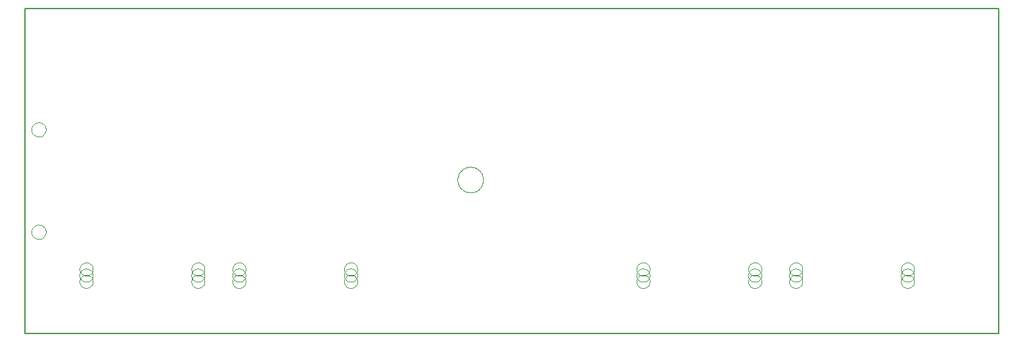
<source format=gko>
G75*
G70*
%OFA0B0*%
%FSLAX24Y24*%
%IPPOS*%
%LPD*%
%AMOC8*
5,1,8,0,0,1.08239X$1,22.5*
%
%ADD10C,0.0050*%
%ADD11C,0.0000*%
D10*
X009686Y003215D02*
X009686Y019715D01*
X059086Y019715D01*
X059086Y003215D01*
X009686Y003215D01*
D11*
X012466Y005847D02*
X012468Y005884D01*
X012474Y005920D01*
X012484Y005956D01*
X012498Y005990D01*
X012516Y006022D01*
X012537Y006053D01*
X012561Y006081D01*
X012588Y006106D01*
X012618Y006127D01*
X012650Y006146D01*
X012684Y006161D01*
X012719Y006172D01*
X012755Y006179D01*
X012792Y006182D01*
X012829Y006181D01*
X012865Y006176D01*
X012901Y006167D01*
X012936Y006154D01*
X012968Y006137D01*
X012999Y006117D01*
X013028Y006093D01*
X013054Y006067D01*
X013076Y006038D01*
X013096Y006006D01*
X013111Y005973D01*
X013123Y005938D01*
X013131Y005902D01*
X013135Y005865D01*
X013135Y005829D01*
X013131Y005792D01*
X013123Y005756D01*
X013111Y005721D01*
X013096Y005688D01*
X013076Y005656D01*
X013054Y005627D01*
X013028Y005601D01*
X012999Y005577D01*
X012969Y005557D01*
X012936Y005540D01*
X012901Y005527D01*
X012865Y005518D01*
X012829Y005513D01*
X012792Y005512D01*
X012755Y005515D01*
X012719Y005522D01*
X012684Y005533D01*
X012650Y005548D01*
X012618Y005567D01*
X012588Y005588D01*
X012561Y005613D01*
X012537Y005641D01*
X012516Y005672D01*
X012498Y005704D01*
X012484Y005738D01*
X012474Y005774D01*
X012468Y005810D01*
X012466Y005847D01*
X012466Y006162D02*
X012468Y006199D01*
X012474Y006235D01*
X012484Y006271D01*
X012498Y006305D01*
X012516Y006337D01*
X012537Y006368D01*
X012561Y006396D01*
X012588Y006421D01*
X012618Y006442D01*
X012650Y006461D01*
X012684Y006476D01*
X012719Y006487D01*
X012755Y006494D01*
X012792Y006497D01*
X012829Y006496D01*
X012865Y006491D01*
X012901Y006482D01*
X012936Y006469D01*
X012968Y006452D01*
X012999Y006432D01*
X013028Y006408D01*
X013054Y006382D01*
X013076Y006353D01*
X013096Y006321D01*
X013111Y006288D01*
X013123Y006253D01*
X013131Y006217D01*
X013135Y006180D01*
X013135Y006144D01*
X013131Y006107D01*
X013123Y006071D01*
X013111Y006036D01*
X013096Y006003D01*
X013076Y005971D01*
X013054Y005942D01*
X013028Y005916D01*
X012999Y005892D01*
X012969Y005872D01*
X012936Y005855D01*
X012901Y005842D01*
X012865Y005833D01*
X012829Y005828D01*
X012792Y005827D01*
X012755Y005830D01*
X012719Y005837D01*
X012684Y005848D01*
X012650Y005863D01*
X012618Y005882D01*
X012588Y005903D01*
X012561Y005928D01*
X012537Y005956D01*
X012516Y005987D01*
X012498Y006019D01*
X012484Y006053D01*
X012474Y006089D01*
X012468Y006125D01*
X012466Y006162D01*
X012466Y006477D02*
X012468Y006514D01*
X012474Y006550D01*
X012484Y006586D01*
X012498Y006620D01*
X012516Y006652D01*
X012537Y006683D01*
X012561Y006711D01*
X012588Y006736D01*
X012618Y006757D01*
X012650Y006776D01*
X012684Y006791D01*
X012719Y006802D01*
X012755Y006809D01*
X012792Y006812D01*
X012829Y006811D01*
X012865Y006806D01*
X012901Y006797D01*
X012936Y006784D01*
X012968Y006767D01*
X012999Y006747D01*
X013028Y006723D01*
X013054Y006697D01*
X013076Y006668D01*
X013096Y006636D01*
X013111Y006603D01*
X013123Y006568D01*
X013131Y006532D01*
X013135Y006495D01*
X013135Y006459D01*
X013131Y006422D01*
X013123Y006386D01*
X013111Y006351D01*
X013096Y006318D01*
X013076Y006286D01*
X013054Y006257D01*
X013028Y006231D01*
X012999Y006207D01*
X012969Y006187D01*
X012936Y006170D01*
X012901Y006157D01*
X012865Y006148D01*
X012829Y006143D01*
X012792Y006142D01*
X012755Y006145D01*
X012719Y006152D01*
X012684Y006163D01*
X012650Y006178D01*
X012618Y006197D01*
X012588Y006218D01*
X012561Y006243D01*
X012537Y006271D01*
X012516Y006302D01*
X012498Y006334D01*
X012484Y006368D01*
X012474Y006404D01*
X012468Y006440D01*
X012466Y006477D01*
X010022Y008364D02*
X010024Y008403D01*
X010030Y008441D01*
X010040Y008478D01*
X010055Y008514D01*
X010072Y008549D01*
X010094Y008581D01*
X010119Y008611D01*
X010146Y008638D01*
X010177Y008662D01*
X010210Y008682D01*
X010244Y008699D01*
X010281Y008713D01*
X010319Y008722D01*
X010357Y008727D01*
X010396Y008728D01*
X010434Y008725D01*
X010472Y008718D01*
X010509Y008706D01*
X010545Y008691D01*
X010579Y008673D01*
X010611Y008650D01*
X010640Y008625D01*
X010666Y008596D01*
X010689Y008565D01*
X010709Y008532D01*
X010725Y008497D01*
X010737Y008460D01*
X010745Y008422D01*
X010749Y008383D01*
X010749Y008345D01*
X010745Y008306D01*
X010737Y008268D01*
X010725Y008231D01*
X010709Y008196D01*
X010689Y008163D01*
X010666Y008132D01*
X010640Y008103D01*
X010611Y008078D01*
X010579Y008055D01*
X010545Y008037D01*
X010509Y008022D01*
X010472Y008010D01*
X010434Y008003D01*
X010396Y008000D01*
X010357Y008001D01*
X010319Y008006D01*
X010281Y008015D01*
X010244Y008029D01*
X010210Y008046D01*
X010177Y008066D01*
X010146Y008090D01*
X010119Y008117D01*
X010094Y008147D01*
X010072Y008179D01*
X010055Y008214D01*
X010040Y008250D01*
X010030Y008287D01*
X010024Y008325D01*
X010022Y008364D01*
X018135Y006477D02*
X018137Y006514D01*
X018143Y006550D01*
X018153Y006586D01*
X018167Y006620D01*
X018185Y006652D01*
X018206Y006683D01*
X018230Y006711D01*
X018257Y006736D01*
X018287Y006757D01*
X018319Y006776D01*
X018353Y006791D01*
X018388Y006802D01*
X018424Y006809D01*
X018461Y006812D01*
X018498Y006811D01*
X018534Y006806D01*
X018570Y006797D01*
X018605Y006784D01*
X018637Y006767D01*
X018668Y006747D01*
X018697Y006723D01*
X018723Y006697D01*
X018745Y006668D01*
X018765Y006636D01*
X018780Y006603D01*
X018792Y006568D01*
X018800Y006532D01*
X018804Y006495D01*
X018804Y006459D01*
X018800Y006422D01*
X018792Y006386D01*
X018780Y006351D01*
X018765Y006318D01*
X018745Y006286D01*
X018723Y006257D01*
X018697Y006231D01*
X018668Y006207D01*
X018638Y006187D01*
X018605Y006170D01*
X018570Y006157D01*
X018534Y006148D01*
X018498Y006143D01*
X018461Y006142D01*
X018424Y006145D01*
X018388Y006152D01*
X018353Y006163D01*
X018319Y006178D01*
X018287Y006197D01*
X018257Y006218D01*
X018230Y006243D01*
X018206Y006271D01*
X018185Y006302D01*
X018167Y006334D01*
X018153Y006368D01*
X018143Y006404D01*
X018137Y006440D01*
X018135Y006477D01*
X018135Y006162D02*
X018137Y006199D01*
X018143Y006235D01*
X018153Y006271D01*
X018167Y006305D01*
X018185Y006337D01*
X018206Y006368D01*
X018230Y006396D01*
X018257Y006421D01*
X018287Y006442D01*
X018319Y006461D01*
X018353Y006476D01*
X018388Y006487D01*
X018424Y006494D01*
X018461Y006497D01*
X018498Y006496D01*
X018534Y006491D01*
X018570Y006482D01*
X018605Y006469D01*
X018637Y006452D01*
X018668Y006432D01*
X018697Y006408D01*
X018723Y006382D01*
X018745Y006353D01*
X018765Y006321D01*
X018780Y006288D01*
X018792Y006253D01*
X018800Y006217D01*
X018804Y006180D01*
X018804Y006144D01*
X018800Y006107D01*
X018792Y006071D01*
X018780Y006036D01*
X018765Y006003D01*
X018745Y005971D01*
X018723Y005942D01*
X018697Y005916D01*
X018668Y005892D01*
X018638Y005872D01*
X018605Y005855D01*
X018570Y005842D01*
X018534Y005833D01*
X018498Y005828D01*
X018461Y005827D01*
X018424Y005830D01*
X018388Y005837D01*
X018353Y005848D01*
X018319Y005863D01*
X018287Y005882D01*
X018257Y005903D01*
X018230Y005928D01*
X018206Y005956D01*
X018185Y005987D01*
X018167Y006019D01*
X018153Y006053D01*
X018143Y006089D01*
X018137Y006125D01*
X018135Y006162D01*
X018135Y005847D02*
X018137Y005884D01*
X018143Y005920D01*
X018153Y005956D01*
X018167Y005990D01*
X018185Y006022D01*
X018206Y006053D01*
X018230Y006081D01*
X018257Y006106D01*
X018287Y006127D01*
X018319Y006146D01*
X018353Y006161D01*
X018388Y006172D01*
X018424Y006179D01*
X018461Y006182D01*
X018498Y006181D01*
X018534Y006176D01*
X018570Y006167D01*
X018605Y006154D01*
X018637Y006137D01*
X018668Y006117D01*
X018697Y006093D01*
X018723Y006067D01*
X018745Y006038D01*
X018765Y006006D01*
X018780Y005973D01*
X018792Y005938D01*
X018800Y005902D01*
X018804Y005865D01*
X018804Y005829D01*
X018800Y005792D01*
X018792Y005756D01*
X018780Y005721D01*
X018765Y005688D01*
X018745Y005656D01*
X018723Y005627D01*
X018697Y005601D01*
X018668Y005577D01*
X018638Y005557D01*
X018605Y005540D01*
X018570Y005527D01*
X018534Y005518D01*
X018498Y005513D01*
X018461Y005512D01*
X018424Y005515D01*
X018388Y005522D01*
X018353Y005533D01*
X018319Y005548D01*
X018287Y005567D01*
X018257Y005588D01*
X018230Y005613D01*
X018206Y005641D01*
X018185Y005672D01*
X018167Y005704D01*
X018153Y005738D01*
X018143Y005774D01*
X018137Y005810D01*
X018135Y005847D01*
X020216Y005847D02*
X020218Y005884D01*
X020224Y005920D01*
X020234Y005956D01*
X020248Y005990D01*
X020266Y006022D01*
X020287Y006053D01*
X020311Y006081D01*
X020338Y006106D01*
X020368Y006127D01*
X020400Y006146D01*
X020434Y006161D01*
X020469Y006172D01*
X020505Y006179D01*
X020542Y006182D01*
X020579Y006181D01*
X020615Y006176D01*
X020651Y006167D01*
X020686Y006154D01*
X020718Y006137D01*
X020749Y006117D01*
X020778Y006093D01*
X020804Y006067D01*
X020826Y006038D01*
X020846Y006006D01*
X020861Y005973D01*
X020873Y005938D01*
X020881Y005902D01*
X020885Y005865D01*
X020885Y005829D01*
X020881Y005792D01*
X020873Y005756D01*
X020861Y005721D01*
X020846Y005688D01*
X020826Y005656D01*
X020804Y005627D01*
X020778Y005601D01*
X020749Y005577D01*
X020719Y005557D01*
X020686Y005540D01*
X020651Y005527D01*
X020615Y005518D01*
X020579Y005513D01*
X020542Y005512D01*
X020505Y005515D01*
X020469Y005522D01*
X020434Y005533D01*
X020400Y005548D01*
X020368Y005567D01*
X020338Y005588D01*
X020311Y005613D01*
X020287Y005641D01*
X020266Y005672D01*
X020248Y005704D01*
X020234Y005738D01*
X020224Y005774D01*
X020218Y005810D01*
X020216Y005847D01*
X020216Y006162D02*
X020218Y006199D01*
X020224Y006235D01*
X020234Y006271D01*
X020248Y006305D01*
X020266Y006337D01*
X020287Y006368D01*
X020311Y006396D01*
X020338Y006421D01*
X020368Y006442D01*
X020400Y006461D01*
X020434Y006476D01*
X020469Y006487D01*
X020505Y006494D01*
X020542Y006497D01*
X020579Y006496D01*
X020615Y006491D01*
X020651Y006482D01*
X020686Y006469D01*
X020718Y006452D01*
X020749Y006432D01*
X020778Y006408D01*
X020804Y006382D01*
X020826Y006353D01*
X020846Y006321D01*
X020861Y006288D01*
X020873Y006253D01*
X020881Y006217D01*
X020885Y006180D01*
X020885Y006144D01*
X020881Y006107D01*
X020873Y006071D01*
X020861Y006036D01*
X020846Y006003D01*
X020826Y005971D01*
X020804Y005942D01*
X020778Y005916D01*
X020749Y005892D01*
X020719Y005872D01*
X020686Y005855D01*
X020651Y005842D01*
X020615Y005833D01*
X020579Y005828D01*
X020542Y005827D01*
X020505Y005830D01*
X020469Y005837D01*
X020434Y005848D01*
X020400Y005863D01*
X020368Y005882D01*
X020338Y005903D01*
X020311Y005928D01*
X020287Y005956D01*
X020266Y005987D01*
X020248Y006019D01*
X020234Y006053D01*
X020224Y006089D01*
X020218Y006125D01*
X020216Y006162D01*
X020216Y006477D02*
X020218Y006514D01*
X020224Y006550D01*
X020234Y006586D01*
X020248Y006620D01*
X020266Y006652D01*
X020287Y006683D01*
X020311Y006711D01*
X020338Y006736D01*
X020368Y006757D01*
X020400Y006776D01*
X020434Y006791D01*
X020469Y006802D01*
X020505Y006809D01*
X020542Y006812D01*
X020579Y006811D01*
X020615Y006806D01*
X020651Y006797D01*
X020686Y006784D01*
X020718Y006767D01*
X020749Y006747D01*
X020778Y006723D01*
X020804Y006697D01*
X020826Y006668D01*
X020846Y006636D01*
X020861Y006603D01*
X020873Y006568D01*
X020881Y006532D01*
X020885Y006495D01*
X020885Y006459D01*
X020881Y006422D01*
X020873Y006386D01*
X020861Y006351D01*
X020846Y006318D01*
X020826Y006286D01*
X020804Y006257D01*
X020778Y006231D01*
X020749Y006207D01*
X020719Y006187D01*
X020686Y006170D01*
X020651Y006157D01*
X020615Y006148D01*
X020579Y006143D01*
X020542Y006142D01*
X020505Y006145D01*
X020469Y006152D01*
X020434Y006163D01*
X020400Y006178D01*
X020368Y006197D01*
X020338Y006218D01*
X020311Y006243D01*
X020287Y006271D01*
X020266Y006302D01*
X020248Y006334D01*
X020234Y006368D01*
X020224Y006404D01*
X020218Y006440D01*
X020216Y006477D01*
X025885Y006477D02*
X025887Y006514D01*
X025893Y006550D01*
X025903Y006586D01*
X025917Y006620D01*
X025935Y006652D01*
X025956Y006683D01*
X025980Y006711D01*
X026007Y006736D01*
X026037Y006757D01*
X026069Y006776D01*
X026103Y006791D01*
X026138Y006802D01*
X026174Y006809D01*
X026211Y006812D01*
X026248Y006811D01*
X026284Y006806D01*
X026320Y006797D01*
X026355Y006784D01*
X026387Y006767D01*
X026418Y006747D01*
X026447Y006723D01*
X026473Y006697D01*
X026495Y006668D01*
X026515Y006636D01*
X026530Y006603D01*
X026542Y006568D01*
X026550Y006532D01*
X026554Y006495D01*
X026554Y006459D01*
X026550Y006422D01*
X026542Y006386D01*
X026530Y006351D01*
X026515Y006318D01*
X026495Y006286D01*
X026473Y006257D01*
X026447Y006231D01*
X026418Y006207D01*
X026388Y006187D01*
X026355Y006170D01*
X026320Y006157D01*
X026284Y006148D01*
X026248Y006143D01*
X026211Y006142D01*
X026174Y006145D01*
X026138Y006152D01*
X026103Y006163D01*
X026069Y006178D01*
X026037Y006197D01*
X026007Y006218D01*
X025980Y006243D01*
X025956Y006271D01*
X025935Y006302D01*
X025917Y006334D01*
X025903Y006368D01*
X025893Y006404D01*
X025887Y006440D01*
X025885Y006477D01*
X025885Y006162D02*
X025887Y006199D01*
X025893Y006235D01*
X025903Y006271D01*
X025917Y006305D01*
X025935Y006337D01*
X025956Y006368D01*
X025980Y006396D01*
X026007Y006421D01*
X026037Y006442D01*
X026069Y006461D01*
X026103Y006476D01*
X026138Y006487D01*
X026174Y006494D01*
X026211Y006497D01*
X026248Y006496D01*
X026284Y006491D01*
X026320Y006482D01*
X026355Y006469D01*
X026387Y006452D01*
X026418Y006432D01*
X026447Y006408D01*
X026473Y006382D01*
X026495Y006353D01*
X026515Y006321D01*
X026530Y006288D01*
X026542Y006253D01*
X026550Y006217D01*
X026554Y006180D01*
X026554Y006144D01*
X026550Y006107D01*
X026542Y006071D01*
X026530Y006036D01*
X026515Y006003D01*
X026495Y005971D01*
X026473Y005942D01*
X026447Y005916D01*
X026418Y005892D01*
X026388Y005872D01*
X026355Y005855D01*
X026320Y005842D01*
X026284Y005833D01*
X026248Y005828D01*
X026211Y005827D01*
X026174Y005830D01*
X026138Y005837D01*
X026103Y005848D01*
X026069Y005863D01*
X026037Y005882D01*
X026007Y005903D01*
X025980Y005928D01*
X025956Y005956D01*
X025935Y005987D01*
X025917Y006019D01*
X025903Y006053D01*
X025893Y006089D01*
X025887Y006125D01*
X025885Y006162D01*
X025885Y005847D02*
X025887Y005884D01*
X025893Y005920D01*
X025903Y005956D01*
X025917Y005990D01*
X025935Y006022D01*
X025956Y006053D01*
X025980Y006081D01*
X026007Y006106D01*
X026037Y006127D01*
X026069Y006146D01*
X026103Y006161D01*
X026138Y006172D01*
X026174Y006179D01*
X026211Y006182D01*
X026248Y006181D01*
X026284Y006176D01*
X026320Y006167D01*
X026355Y006154D01*
X026387Y006137D01*
X026418Y006117D01*
X026447Y006093D01*
X026473Y006067D01*
X026495Y006038D01*
X026515Y006006D01*
X026530Y005973D01*
X026542Y005938D01*
X026550Y005902D01*
X026554Y005865D01*
X026554Y005829D01*
X026550Y005792D01*
X026542Y005756D01*
X026530Y005721D01*
X026515Y005688D01*
X026495Y005656D01*
X026473Y005627D01*
X026447Y005601D01*
X026418Y005577D01*
X026388Y005557D01*
X026355Y005540D01*
X026320Y005527D01*
X026284Y005518D01*
X026248Y005513D01*
X026211Y005512D01*
X026174Y005515D01*
X026138Y005522D01*
X026103Y005533D01*
X026069Y005548D01*
X026037Y005567D01*
X026007Y005588D01*
X025980Y005613D01*
X025956Y005641D01*
X025935Y005672D01*
X025917Y005704D01*
X025903Y005738D01*
X025893Y005774D01*
X025887Y005810D01*
X025885Y005847D01*
X031636Y011015D02*
X031639Y011074D01*
X031647Y011133D01*
X031660Y011190D01*
X031679Y011247D01*
X031702Y011301D01*
X031731Y011353D01*
X031764Y011402D01*
X031801Y011448D01*
X031842Y011490D01*
X031887Y011528D01*
X031936Y011563D01*
X031987Y011592D01*
X032041Y011617D01*
X032096Y011637D01*
X032154Y011651D01*
X032212Y011661D01*
X032271Y011665D01*
X032330Y011663D01*
X032389Y011657D01*
X032447Y011645D01*
X032504Y011627D01*
X032558Y011605D01*
X032611Y011578D01*
X032661Y011546D01*
X032708Y011510D01*
X032751Y011469D01*
X032790Y011425D01*
X032825Y011378D01*
X032856Y011327D01*
X032882Y011274D01*
X032903Y011219D01*
X032919Y011162D01*
X032930Y011104D01*
X032935Y011045D01*
X032935Y010985D01*
X032930Y010926D01*
X032919Y010868D01*
X032903Y010811D01*
X032882Y010756D01*
X032856Y010703D01*
X032825Y010652D01*
X032790Y010605D01*
X032751Y010561D01*
X032708Y010520D01*
X032661Y010484D01*
X032611Y010452D01*
X032558Y010425D01*
X032504Y010403D01*
X032447Y010385D01*
X032389Y010373D01*
X032330Y010367D01*
X032271Y010365D01*
X032212Y010369D01*
X032154Y010379D01*
X032096Y010393D01*
X032041Y010413D01*
X031987Y010438D01*
X031936Y010467D01*
X031887Y010502D01*
X031842Y010540D01*
X031801Y010582D01*
X031764Y010628D01*
X031731Y010677D01*
X031702Y010729D01*
X031679Y010783D01*
X031660Y010840D01*
X031647Y010897D01*
X031639Y010956D01*
X031636Y011015D01*
X040716Y006477D02*
X040718Y006514D01*
X040724Y006550D01*
X040734Y006586D01*
X040748Y006620D01*
X040766Y006652D01*
X040787Y006683D01*
X040811Y006711D01*
X040838Y006736D01*
X040868Y006757D01*
X040900Y006776D01*
X040934Y006791D01*
X040969Y006802D01*
X041005Y006809D01*
X041042Y006812D01*
X041079Y006811D01*
X041115Y006806D01*
X041151Y006797D01*
X041186Y006784D01*
X041218Y006767D01*
X041249Y006747D01*
X041278Y006723D01*
X041304Y006697D01*
X041326Y006668D01*
X041346Y006636D01*
X041361Y006603D01*
X041373Y006568D01*
X041381Y006532D01*
X041385Y006495D01*
X041385Y006459D01*
X041381Y006422D01*
X041373Y006386D01*
X041361Y006351D01*
X041346Y006318D01*
X041326Y006286D01*
X041304Y006257D01*
X041278Y006231D01*
X041249Y006207D01*
X041219Y006187D01*
X041186Y006170D01*
X041151Y006157D01*
X041115Y006148D01*
X041079Y006143D01*
X041042Y006142D01*
X041005Y006145D01*
X040969Y006152D01*
X040934Y006163D01*
X040900Y006178D01*
X040868Y006197D01*
X040838Y006218D01*
X040811Y006243D01*
X040787Y006271D01*
X040766Y006302D01*
X040748Y006334D01*
X040734Y006368D01*
X040724Y006404D01*
X040718Y006440D01*
X040716Y006477D01*
X040716Y006162D02*
X040718Y006199D01*
X040724Y006235D01*
X040734Y006271D01*
X040748Y006305D01*
X040766Y006337D01*
X040787Y006368D01*
X040811Y006396D01*
X040838Y006421D01*
X040868Y006442D01*
X040900Y006461D01*
X040934Y006476D01*
X040969Y006487D01*
X041005Y006494D01*
X041042Y006497D01*
X041079Y006496D01*
X041115Y006491D01*
X041151Y006482D01*
X041186Y006469D01*
X041218Y006452D01*
X041249Y006432D01*
X041278Y006408D01*
X041304Y006382D01*
X041326Y006353D01*
X041346Y006321D01*
X041361Y006288D01*
X041373Y006253D01*
X041381Y006217D01*
X041385Y006180D01*
X041385Y006144D01*
X041381Y006107D01*
X041373Y006071D01*
X041361Y006036D01*
X041346Y006003D01*
X041326Y005971D01*
X041304Y005942D01*
X041278Y005916D01*
X041249Y005892D01*
X041219Y005872D01*
X041186Y005855D01*
X041151Y005842D01*
X041115Y005833D01*
X041079Y005828D01*
X041042Y005827D01*
X041005Y005830D01*
X040969Y005837D01*
X040934Y005848D01*
X040900Y005863D01*
X040868Y005882D01*
X040838Y005903D01*
X040811Y005928D01*
X040787Y005956D01*
X040766Y005987D01*
X040748Y006019D01*
X040734Y006053D01*
X040724Y006089D01*
X040718Y006125D01*
X040716Y006162D01*
X040716Y005847D02*
X040718Y005884D01*
X040724Y005920D01*
X040734Y005956D01*
X040748Y005990D01*
X040766Y006022D01*
X040787Y006053D01*
X040811Y006081D01*
X040838Y006106D01*
X040868Y006127D01*
X040900Y006146D01*
X040934Y006161D01*
X040969Y006172D01*
X041005Y006179D01*
X041042Y006182D01*
X041079Y006181D01*
X041115Y006176D01*
X041151Y006167D01*
X041186Y006154D01*
X041218Y006137D01*
X041249Y006117D01*
X041278Y006093D01*
X041304Y006067D01*
X041326Y006038D01*
X041346Y006006D01*
X041361Y005973D01*
X041373Y005938D01*
X041381Y005902D01*
X041385Y005865D01*
X041385Y005829D01*
X041381Y005792D01*
X041373Y005756D01*
X041361Y005721D01*
X041346Y005688D01*
X041326Y005656D01*
X041304Y005627D01*
X041278Y005601D01*
X041249Y005577D01*
X041219Y005557D01*
X041186Y005540D01*
X041151Y005527D01*
X041115Y005518D01*
X041079Y005513D01*
X041042Y005512D01*
X041005Y005515D01*
X040969Y005522D01*
X040934Y005533D01*
X040900Y005548D01*
X040868Y005567D01*
X040838Y005588D01*
X040811Y005613D01*
X040787Y005641D01*
X040766Y005672D01*
X040748Y005704D01*
X040734Y005738D01*
X040724Y005774D01*
X040718Y005810D01*
X040716Y005847D01*
X046385Y005847D02*
X046387Y005884D01*
X046393Y005920D01*
X046403Y005956D01*
X046417Y005990D01*
X046435Y006022D01*
X046456Y006053D01*
X046480Y006081D01*
X046507Y006106D01*
X046537Y006127D01*
X046569Y006146D01*
X046603Y006161D01*
X046638Y006172D01*
X046674Y006179D01*
X046711Y006182D01*
X046748Y006181D01*
X046784Y006176D01*
X046820Y006167D01*
X046855Y006154D01*
X046887Y006137D01*
X046918Y006117D01*
X046947Y006093D01*
X046973Y006067D01*
X046995Y006038D01*
X047015Y006006D01*
X047030Y005973D01*
X047042Y005938D01*
X047050Y005902D01*
X047054Y005865D01*
X047054Y005829D01*
X047050Y005792D01*
X047042Y005756D01*
X047030Y005721D01*
X047015Y005688D01*
X046995Y005656D01*
X046973Y005627D01*
X046947Y005601D01*
X046918Y005577D01*
X046888Y005557D01*
X046855Y005540D01*
X046820Y005527D01*
X046784Y005518D01*
X046748Y005513D01*
X046711Y005512D01*
X046674Y005515D01*
X046638Y005522D01*
X046603Y005533D01*
X046569Y005548D01*
X046537Y005567D01*
X046507Y005588D01*
X046480Y005613D01*
X046456Y005641D01*
X046435Y005672D01*
X046417Y005704D01*
X046403Y005738D01*
X046393Y005774D01*
X046387Y005810D01*
X046385Y005847D01*
X046385Y006162D02*
X046387Y006199D01*
X046393Y006235D01*
X046403Y006271D01*
X046417Y006305D01*
X046435Y006337D01*
X046456Y006368D01*
X046480Y006396D01*
X046507Y006421D01*
X046537Y006442D01*
X046569Y006461D01*
X046603Y006476D01*
X046638Y006487D01*
X046674Y006494D01*
X046711Y006497D01*
X046748Y006496D01*
X046784Y006491D01*
X046820Y006482D01*
X046855Y006469D01*
X046887Y006452D01*
X046918Y006432D01*
X046947Y006408D01*
X046973Y006382D01*
X046995Y006353D01*
X047015Y006321D01*
X047030Y006288D01*
X047042Y006253D01*
X047050Y006217D01*
X047054Y006180D01*
X047054Y006144D01*
X047050Y006107D01*
X047042Y006071D01*
X047030Y006036D01*
X047015Y006003D01*
X046995Y005971D01*
X046973Y005942D01*
X046947Y005916D01*
X046918Y005892D01*
X046888Y005872D01*
X046855Y005855D01*
X046820Y005842D01*
X046784Y005833D01*
X046748Y005828D01*
X046711Y005827D01*
X046674Y005830D01*
X046638Y005837D01*
X046603Y005848D01*
X046569Y005863D01*
X046537Y005882D01*
X046507Y005903D01*
X046480Y005928D01*
X046456Y005956D01*
X046435Y005987D01*
X046417Y006019D01*
X046403Y006053D01*
X046393Y006089D01*
X046387Y006125D01*
X046385Y006162D01*
X046385Y006477D02*
X046387Y006514D01*
X046393Y006550D01*
X046403Y006586D01*
X046417Y006620D01*
X046435Y006652D01*
X046456Y006683D01*
X046480Y006711D01*
X046507Y006736D01*
X046537Y006757D01*
X046569Y006776D01*
X046603Y006791D01*
X046638Y006802D01*
X046674Y006809D01*
X046711Y006812D01*
X046748Y006811D01*
X046784Y006806D01*
X046820Y006797D01*
X046855Y006784D01*
X046887Y006767D01*
X046918Y006747D01*
X046947Y006723D01*
X046973Y006697D01*
X046995Y006668D01*
X047015Y006636D01*
X047030Y006603D01*
X047042Y006568D01*
X047050Y006532D01*
X047054Y006495D01*
X047054Y006459D01*
X047050Y006422D01*
X047042Y006386D01*
X047030Y006351D01*
X047015Y006318D01*
X046995Y006286D01*
X046973Y006257D01*
X046947Y006231D01*
X046918Y006207D01*
X046888Y006187D01*
X046855Y006170D01*
X046820Y006157D01*
X046784Y006148D01*
X046748Y006143D01*
X046711Y006142D01*
X046674Y006145D01*
X046638Y006152D01*
X046603Y006163D01*
X046569Y006178D01*
X046537Y006197D01*
X046507Y006218D01*
X046480Y006243D01*
X046456Y006271D01*
X046435Y006302D01*
X046417Y006334D01*
X046403Y006368D01*
X046393Y006404D01*
X046387Y006440D01*
X046385Y006477D01*
X048466Y006477D02*
X048468Y006514D01*
X048474Y006550D01*
X048484Y006586D01*
X048498Y006620D01*
X048516Y006652D01*
X048537Y006683D01*
X048561Y006711D01*
X048588Y006736D01*
X048618Y006757D01*
X048650Y006776D01*
X048684Y006791D01*
X048719Y006802D01*
X048755Y006809D01*
X048792Y006812D01*
X048829Y006811D01*
X048865Y006806D01*
X048901Y006797D01*
X048936Y006784D01*
X048968Y006767D01*
X048999Y006747D01*
X049028Y006723D01*
X049054Y006697D01*
X049076Y006668D01*
X049096Y006636D01*
X049111Y006603D01*
X049123Y006568D01*
X049131Y006532D01*
X049135Y006495D01*
X049135Y006459D01*
X049131Y006422D01*
X049123Y006386D01*
X049111Y006351D01*
X049096Y006318D01*
X049076Y006286D01*
X049054Y006257D01*
X049028Y006231D01*
X048999Y006207D01*
X048969Y006187D01*
X048936Y006170D01*
X048901Y006157D01*
X048865Y006148D01*
X048829Y006143D01*
X048792Y006142D01*
X048755Y006145D01*
X048719Y006152D01*
X048684Y006163D01*
X048650Y006178D01*
X048618Y006197D01*
X048588Y006218D01*
X048561Y006243D01*
X048537Y006271D01*
X048516Y006302D01*
X048498Y006334D01*
X048484Y006368D01*
X048474Y006404D01*
X048468Y006440D01*
X048466Y006477D01*
X048466Y006162D02*
X048468Y006199D01*
X048474Y006235D01*
X048484Y006271D01*
X048498Y006305D01*
X048516Y006337D01*
X048537Y006368D01*
X048561Y006396D01*
X048588Y006421D01*
X048618Y006442D01*
X048650Y006461D01*
X048684Y006476D01*
X048719Y006487D01*
X048755Y006494D01*
X048792Y006497D01*
X048829Y006496D01*
X048865Y006491D01*
X048901Y006482D01*
X048936Y006469D01*
X048968Y006452D01*
X048999Y006432D01*
X049028Y006408D01*
X049054Y006382D01*
X049076Y006353D01*
X049096Y006321D01*
X049111Y006288D01*
X049123Y006253D01*
X049131Y006217D01*
X049135Y006180D01*
X049135Y006144D01*
X049131Y006107D01*
X049123Y006071D01*
X049111Y006036D01*
X049096Y006003D01*
X049076Y005971D01*
X049054Y005942D01*
X049028Y005916D01*
X048999Y005892D01*
X048969Y005872D01*
X048936Y005855D01*
X048901Y005842D01*
X048865Y005833D01*
X048829Y005828D01*
X048792Y005827D01*
X048755Y005830D01*
X048719Y005837D01*
X048684Y005848D01*
X048650Y005863D01*
X048618Y005882D01*
X048588Y005903D01*
X048561Y005928D01*
X048537Y005956D01*
X048516Y005987D01*
X048498Y006019D01*
X048484Y006053D01*
X048474Y006089D01*
X048468Y006125D01*
X048466Y006162D01*
X048466Y005847D02*
X048468Y005884D01*
X048474Y005920D01*
X048484Y005956D01*
X048498Y005990D01*
X048516Y006022D01*
X048537Y006053D01*
X048561Y006081D01*
X048588Y006106D01*
X048618Y006127D01*
X048650Y006146D01*
X048684Y006161D01*
X048719Y006172D01*
X048755Y006179D01*
X048792Y006182D01*
X048829Y006181D01*
X048865Y006176D01*
X048901Y006167D01*
X048936Y006154D01*
X048968Y006137D01*
X048999Y006117D01*
X049028Y006093D01*
X049054Y006067D01*
X049076Y006038D01*
X049096Y006006D01*
X049111Y005973D01*
X049123Y005938D01*
X049131Y005902D01*
X049135Y005865D01*
X049135Y005829D01*
X049131Y005792D01*
X049123Y005756D01*
X049111Y005721D01*
X049096Y005688D01*
X049076Y005656D01*
X049054Y005627D01*
X049028Y005601D01*
X048999Y005577D01*
X048969Y005557D01*
X048936Y005540D01*
X048901Y005527D01*
X048865Y005518D01*
X048829Y005513D01*
X048792Y005512D01*
X048755Y005515D01*
X048719Y005522D01*
X048684Y005533D01*
X048650Y005548D01*
X048618Y005567D01*
X048588Y005588D01*
X048561Y005613D01*
X048537Y005641D01*
X048516Y005672D01*
X048498Y005704D01*
X048484Y005738D01*
X048474Y005774D01*
X048468Y005810D01*
X048466Y005847D01*
X054135Y005847D02*
X054137Y005884D01*
X054143Y005920D01*
X054153Y005956D01*
X054167Y005990D01*
X054185Y006022D01*
X054206Y006053D01*
X054230Y006081D01*
X054257Y006106D01*
X054287Y006127D01*
X054319Y006146D01*
X054353Y006161D01*
X054388Y006172D01*
X054424Y006179D01*
X054461Y006182D01*
X054498Y006181D01*
X054534Y006176D01*
X054570Y006167D01*
X054605Y006154D01*
X054637Y006137D01*
X054668Y006117D01*
X054697Y006093D01*
X054723Y006067D01*
X054745Y006038D01*
X054765Y006006D01*
X054780Y005973D01*
X054792Y005938D01*
X054800Y005902D01*
X054804Y005865D01*
X054804Y005829D01*
X054800Y005792D01*
X054792Y005756D01*
X054780Y005721D01*
X054765Y005688D01*
X054745Y005656D01*
X054723Y005627D01*
X054697Y005601D01*
X054668Y005577D01*
X054638Y005557D01*
X054605Y005540D01*
X054570Y005527D01*
X054534Y005518D01*
X054498Y005513D01*
X054461Y005512D01*
X054424Y005515D01*
X054388Y005522D01*
X054353Y005533D01*
X054319Y005548D01*
X054287Y005567D01*
X054257Y005588D01*
X054230Y005613D01*
X054206Y005641D01*
X054185Y005672D01*
X054167Y005704D01*
X054153Y005738D01*
X054143Y005774D01*
X054137Y005810D01*
X054135Y005847D01*
X054135Y006162D02*
X054137Y006199D01*
X054143Y006235D01*
X054153Y006271D01*
X054167Y006305D01*
X054185Y006337D01*
X054206Y006368D01*
X054230Y006396D01*
X054257Y006421D01*
X054287Y006442D01*
X054319Y006461D01*
X054353Y006476D01*
X054388Y006487D01*
X054424Y006494D01*
X054461Y006497D01*
X054498Y006496D01*
X054534Y006491D01*
X054570Y006482D01*
X054605Y006469D01*
X054637Y006452D01*
X054668Y006432D01*
X054697Y006408D01*
X054723Y006382D01*
X054745Y006353D01*
X054765Y006321D01*
X054780Y006288D01*
X054792Y006253D01*
X054800Y006217D01*
X054804Y006180D01*
X054804Y006144D01*
X054800Y006107D01*
X054792Y006071D01*
X054780Y006036D01*
X054765Y006003D01*
X054745Y005971D01*
X054723Y005942D01*
X054697Y005916D01*
X054668Y005892D01*
X054638Y005872D01*
X054605Y005855D01*
X054570Y005842D01*
X054534Y005833D01*
X054498Y005828D01*
X054461Y005827D01*
X054424Y005830D01*
X054388Y005837D01*
X054353Y005848D01*
X054319Y005863D01*
X054287Y005882D01*
X054257Y005903D01*
X054230Y005928D01*
X054206Y005956D01*
X054185Y005987D01*
X054167Y006019D01*
X054153Y006053D01*
X054143Y006089D01*
X054137Y006125D01*
X054135Y006162D01*
X054135Y006477D02*
X054137Y006514D01*
X054143Y006550D01*
X054153Y006586D01*
X054167Y006620D01*
X054185Y006652D01*
X054206Y006683D01*
X054230Y006711D01*
X054257Y006736D01*
X054287Y006757D01*
X054319Y006776D01*
X054353Y006791D01*
X054388Y006802D01*
X054424Y006809D01*
X054461Y006812D01*
X054498Y006811D01*
X054534Y006806D01*
X054570Y006797D01*
X054605Y006784D01*
X054637Y006767D01*
X054668Y006747D01*
X054697Y006723D01*
X054723Y006697D01*
X054745Y006668D01*
X054765Y006636D01*
X054780Y006603D01*
X054792Y006568D01*
X054800Y006532D01*
X054804Y006495D01*
X054804Y006459D01*
X054800Y006422D01*
X054792Y006386D01*
X054780Y006351D01*
X054765Y006318D01*
X054745Y006286D01*
X054723Y006257D01*
X054697Y006231D01*
X054668Y006207D01*
X054638Y006187D01*
X054605Y006170D01*
X054570Y006157D01*
X054534Y006148D01*
X054498Y006143D01*
X054461Y006142D01*
X054424Y006145D01*
X054388Y006152D01*
X054353Y006163D01*
X054319Y006178D01*
X054287Y006197D01*
X054257Y006218D01*
X054230Y006243D01*
X054206Y006271D01*
X054185Y006302D01*
X054167Y006334D01*
X054153Y006368D01*
X054143Y006404D01*
X054137Y006440D01*
X054135Y006477D01*
X010022Y013565D02*
X010024Y013604D01*
X010030Y013642D01*
X010040Y013679D01*
X010055Y013715D01*
X010072Y013750D01*
X010094Y013782D01*
X010119Y013812D01*
X010146Y013839D01*
X010177Y013863D01*
X010210Y013883D01*
X010244Y013900D01*
X010281Y013914D01*
X010319Y013923D01*
X010357Y013928D01*
X010396Y013929D01*
X010434Y013926D01*
X010472Y013919D01*
X010509Y013907D01*
X010545Y013892D01*
X010579Y013874D01*
X010611Y013851D01*
X010640Y013826D01*
X010666Y013797D01*
X010689Y013766D01*
X010709Y013733D01*
X010725Y013698D01*
X010737Y013661D01*
X010745Y013623D01*
X010749Y013584D01*
X010749Y013546D01*
X010745Y013507D01*
X010737Y013469D01*
X010725Y013432D01*
X010709Y013397D01*
X010689Y013364D01*
X010666Y013333D01*
X010640Y013304D01*
X010611Y013279D01*
X010579Y013256D01*
X010545Y013238D01*
X010509Y013223D01*
X010472Y013211D01*
X010434Y013204D01*
X010396Y013201D01*
X010357Y013202D01*
X010319Y013207D01*
X010281Y013216D01*
X010244Y013230D01*
X010210Y013247D01*
X010177Y013267D01*
X010146Y013291D01*
X010119Y013318D01*
X010094Y013348D01*
X010072Y013380D01*
X010055Y013415D01*
X010040Y013451D01*
X010030Y013488D01*
X010024Y013526D01*
X010022Y013565D01*
M02*

</source>
